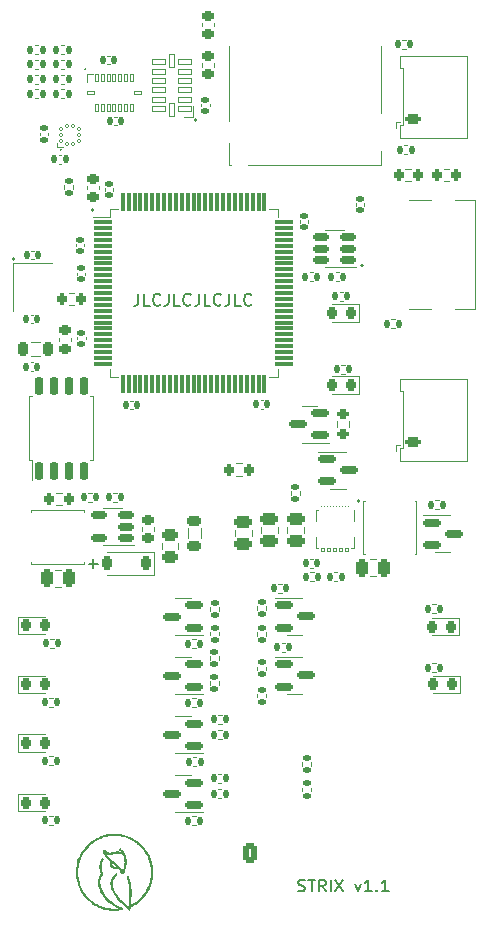
<source format=gbr>
%TF.GenerationSoftware,KiCad,Pcbnew,7.0.2-0*%
%TF.CreationDate,2023-10-14T01:58:59-05:00*%
%TF.ProjectId,Flight Computer,466c6967-6874-4204-936f-6d7075746572,1.1*%
%TF.SameCoordinates,Original*%
%TF.FileFunction,Legend,Top*%
%TF.FilePolarity,Positive*%
%FSLAX46Y46*%
G04 Gerber Fmt 4.6, Leading zero omitted, Abs format (unit mm)*
G04 Created by KiCad (PCBNEW 7.0.2-0) date 2023-10-14 01:58:59*
%MOMM*%
%LPD*%
G01*
G04 APERTURE LIST*
G04 Aperture macros list*
%AMRoundRect*
0 Rectangle with rounded corners*
0 $1 Rounding radius*
0 $2 $3 $4 $5 $6 $7 $8 $9 X,Y pos of 4 corners*
0 Add a 4 corners polygon primitive as box body*
4,1,4,$2,$3,$4,$5,$6,$7,$8,$9,$2,$3,0*
0 Add four circle primitives for the rounded corners*
1,1,$1+$1,$2,$3*
1,1,$1+$1,$4,$5*
1,1,$1+$1,$6,$7*
1,1,$1+$1,$8,$9*
0 Add four rect primitives between the rounded corners*
20,1,$1+$1,$2,$3,$4,$5,0*
20,1,$1+$1,$4,$5,$6,$7,0*
20,1,$1+$1,$6,$7,$8,$9,0*
20,1,$1+$1,$8,$9,$2,$3,0*%
G04 Aperture macros list end*
%ADD10C,0.150000*%
%ADD11C,0.153000*%
%ADD12C,0.200000*%
%ADD13C,0.120000*%
%ADD14C,0.100000*%
%ADD15RoundRect,0.150000X-0.587500X-0.150000X0.587500X-0.150000X0.587500X0.150000X-0.587500X0.150000X0*%
%ADD16RoundRect,0.135000X-0.185000X0.135000X-0.185000X-0.135000X0.185000X-0.135000X0.185000X0.135000X0*%
%ADD17RoundRect,0.218750X-0.218750X-0.256250X0.218750X-0.256250X0.218750X0.256250X-0.218750X0.256250X0*%
%ADD18RoundRect,0.150000X0.587500X0.150000X-0.587500X0.150000X-0.587500X-0.150000X0.587500X-0.150000X0*%
%ADD19RoundRect,0.200000X-0.275000X0.200000X-0.275000X-0.200000X0.275000X-0.200000X0.275000X0.200000X0*%
%ADD20RoundRect,0.218750X0.218750X0.256250X-0.218750X0.256250X-0.218750X-0.256250X0.218750X-0.256250X0*%
%ADD21RoundRect,0.135000X0.185000X-0.135000X0.185000X0.135000X-0.185000X0.135000X-0.185000X-0.135000X0*%
%ADD22RoundRect,0.135000X-0.135000X-0.185000X0.135000X-0.185000X0.135000X0.185000X-0.135000X0.185000X0*%
%ADD23RoundRect,0.200000X0.200000X0.275000X-0.200000X0.275000X-0.200000X-0.275000X0.200000X-0.275000X0*%
%ADD24RoundRect,0.140000X0.140000X0.170000X-0.140000X0.170000X-0.140000X-0.170000X0.140000X-0.170000X0*%
%ADD25RoundRect,0.225000X-0.250000X0.225000X-0.250000X-0.225000X0.250000X-0.225000X0.250000X0.225000X0*%
%ADD26RoundRect,0.140000X-0.140000X-0.170000X0.140000X-0.170000X0.140000X0.170000X-0.140000X0.170000X0*%
%ADD27RoundRect,0.218750X-0.381250X0.218750X-0.381250X-0.218750X0.381250X-0.218750X0.381250X0.218750X0*%
%ADD28RoundRect,0.140000X-0.170000X0.140000X-0.170000X-0.140000X0.170000X-0.140000X0.170000X0.140000X0*%
%ADD29RoundRect,0.218750X0.218750X0.381250X-0.218750X0.381250X-0.218750X-0.381250X0.218750X-0.381250X0*%
%ADD30RoundRect,0.200000X0.450000X-0.200000X0.450000X0.200000X-0.450000X0.200000X-0.450000X-0.200000X0*%
%ADD31O,1.300000X0.800000*%
%ADD32RoundRect,0.140000X0.170000X-0.140000X0.170000X0.140000X-0.170000X0.140000X-0.170000X-0.140000X0*%
%ADD33RoundRect,0.135000X0.135000X0.185000X-0.135000X0.185000X-0.135000X-0.185000X0.135000X-0.185000X0*%
%ADD34RoundRect,0.075000X-0.725000X-0.075000X0.725000X-0.075000X0.725000X0.075000X-0.725000X0.075000X0*%
%ADD35RoundRect,0.075000X-0.075000X-0.725000X0.075000X-0.725000X0.075000X0.725000X-0.075000X0.725000X0*%
%ADD36RoundRect,0.225000X0.250000X-0.225000X0.250000X0.225000X-0.250000X0.225000X-0.250000X-0.225000X0*%
%ADD37C,2.200000*%
%ADD38RoundRect,0.200000X-0.200000X-0.275000X0.200000X-0.275000X0.200000X0.275000X-0.200000X0.275000X0*%
%ADD39C,0.650000*%
%ADD40R,1.240000X0.600000*%
%ADD41R,1.240000X0.300000*%
%ADD42O,2.100000X1.000000*%
%ADD43O,1.800000X1.000000*%
%ADD44RoundRect,0.150000X0.512500X0.150000X-0.512500X0.150000X-0.512500X-0.150000X0.512500X-0.150000X0*%
%ADD45R,0.700000X1.750000*%
%ADD46R,1.450000X1.000000*%
%ADD47R,1.000000X1.550000*%
%ADD48R,0.800000X1.500000*%
%ADD49R,1.300000X1.500000*%
%ADD50R,1.500000X1.500000*%
%ADD51R,0.800000X1.400000*%
%ADD52RoundRect,0.250000X-0.250000X-0.475000X0.250000X-0.475000X0.250000X0.475000X-0.250000X0.475000X0*%
%ADD53R,1.200000X1.400000*%
%ADD54RoundRect,0.250000X-0.475000X0.250000X-0.475000X-0.250000X0.475000X-0.250000X0.475000X0.250000X0*%
%ADD55R,1.100000X3.700000*%
%ADD56R,3.700000X1.100000*%
%ADD57RoundRect,0.012500X0.112500X-0.325000X0.112500X0.325000X-0.112500X0.325000X-0.112500X-0.325000X0*%
%ADD58RoundRect,0.012500X0.325000X-0.112500X0.325000X0.112500X-0.325000X0.112500X-0.325000X-0.112500X0*%
%ADD59RoundRect,0.070000X-0.140000X0.140000X-0.140000X-0.140000X0.140000X-0.140000X0.140000X0.140000X0*%
%ADD60O,0.420000X0.990000*%
%ADD61C,0.600000*%
%ADD62R,1.050000X0.680000*%
%ADD63R,0.500000X0.260000*%
%ADD64R,0.700000X0.280000*%
%ADD65R,2.400000X1.650000*%
%ADD66RoundRect,0.012500X0.112500X0.125000X-0.112500X0.125000X-0.112500X-0.125000X0.112500X-0.125000X0*%
%ADD67RoundRect,0.012500X0.125000X0.112500X-0.125000X0.112500X-0.125000X-0.112500X0.125000X-0.112500X0*%
%ADD68RoundRect,0.243750X0.456250X-0.243750X0.456250X0.243750X-0.456250X0.243750X-0.456250X-0.243750X0*%
%ADD69RoundRect,0.027500X0.545000X0.247500X-0.545000X0.247500X-0.545000X-0.247500X0.545000X-0.247500X0*%
%ADD70RoundRect,0.027500X0.247500X0.545000X-0.247500X0.545000X-0.247500X-0.545000X0.247500X-0.545000X0*%
%ADD71RoundRect,0.150000X0.150000X-0.650000X0.150000X0.650000X-0.150000X0.650000X-0.150000X-0.650000X0*%
%ADD72RoundRect,0.225000X0.225000X0.375000X-0.225000X0.375000X-0.225000X-0.375000X0.225000X-0.375000X0*%
%ADD73RoundRect,0.250000X0.350000X0.625000X-0.350000X0.625000X-0.350000X-0.625000X0.350000X-0.625000X0*%
%ADD74O,1.200000X1.750000*%
%ADD75C,1.600000*%
%ADD76C,1.524000*%
%ADD77R,2.000000X2.000000*%
%ADD78C,2.000000*%
%ADD79R,1.700000X1.700000*%
%ADD80O,1.700000X1.700000*%
G04 APERTURE END LIST*
D10*
X133312111Y-87670000D02*
G75*
G03*
X133312111Y-87670000I-72111J0D01*
G01*
X139628095Y-113466666D02*
X140390000Y-113466666D01*
X140009047Y-113847619D02*
X140009047Y-113085714D01*
X137286056Y-78430000D02*
G75*
G03*
X137286056Y-78430000I-36056J0D01*
G01*
X162522111Y-108160000D02*
G75*
G03*
X162522111Y-108160000I-72111J0D01*
G01*
X162830623Y-88230000D02*
G75*
G03*
X162830623Y-88230000I-80623J0D01*
G01*
X148730623Y-75940000D02*
G75*
G03*
X148730623Y-75940000I-80623J0D01*
G01*
X139340000Y-71600000D02*
G75*
G03*
X139340000Y-71600000I-50000J0D01*
G01*
X140026158Y-83540000D02*
G75*
G03*
X140026158Y-83540000I-76158J0D01*
G01*
D11*
X143823809Y-90627619D02*
X143823809Y-91341904D01*
X143823809Y-91341904D02*
X143776190Y-91484761D01*
X143776190Y-91484761D02*
X143680952Y-91580000D01*
X143680952Y-91580000D02*
X143538095Y-91627619D01*
X143538095Y-91627619D02*
X143442857Y-91627619D01*
X144776190Y-91627619D02*
X144300000Y-91627619D01*
X144300000Y-91627619D02*
X144300000Y-90627619D01*
X145680952Y-91532380D02*
X145633333Y-91580000D01*
X145633333Y-91580000D02*
X145490476Y-91627619D01*
X145490476Y-91627619D02*
X145395238Y-91627619D01*
X145395238Y-91627619D02*
X145252381Y-91580000D01*
X145252381Y-91580000D02*
X145157143Y-91484761D01*
X145157143Y-91484761D02*
X145109524Y-91389523D01*
X145109524Y-91389523D02*
X145061905Y-91199047D01*
X145061905Y-91199047D02*
X145061905Y-91056190D01*
X145061905Y-91056190D02*
X145109524Y-90865714D01*
X145109524Y-90865714D02*
X145157143Y-90770476D01*
X145157143Y-90770476D02*
X145252381Y-90675238D01*
X145252381Y-90675238D02*
X145395238Y-90627619D01*
X145395238Y-90627619D02*
X145490476Y-90627619D01*
X145490476Y-90627619D02*
X145633333Y-90675238D01*
X145633333Y-90675238D02*
X145680952Y-90722857D01*
X146395238Y-90627619D02*
X146395238Y-91341904D01*
X146395238Y-91341904D02*
X146347619Y-91484761D01*
X146347619Y-91484761D02*
X146252381Y-91580000D01*
X146252381Y-91580000D02*
X146109524Y-91627619D01*
X146109524Y-91627619D02*
X146014286Y-91627619D01*
X147347619Y-91627619D02*
X146871429Y-91627619D01*
X146871429Y-91627619D02*
X146871429Y-90627619D01*
X148252381Y-91532380D02*
X148204762Y-91580000D01*
X148204762Y-91580000D02*
X148061905Y-91627619D01*
X148061905Y-91627619D02*
X147966667Y-91627619D01*
X147966667Y-91627619D02*
X147823810Y-91580000D01*
X147823810Y-91580000D02*
X147728572Y-91484761D01*
X147728572Y-91484761D02*
X147680953Y-91389523D01*
X147680953Y-91389523D02*
X147633334Y-91199047D01*
X147633334Y-91199047D02*
X147633334Y-91056190D01*
X147633334Y-91056190D02*
X147680953Y-90865714D01*
X147680953Y-90865714D02*
X147728572Y-90770476D01*
X147728572Y-90770476D02*
X147823810Y-90675238D01*
X147823810Y-90675238D02*
X147966667Y-90627619D01*
X147966667Y-90627619D02*
X148061905Y-90627619D01*
X148061905Y-90627619D02*
X148204762Y-90675238D01*
X148204762Y-90675238D02*
X148252381Y-90722857D01*
X148966667Y-90627619D02*
X148966667Y-91341904D01*
X148966667Y-91341904D02*
X148919048Y-91484761D01*
X148919048Y-91484761D02*
X148823810Y-91580000D01*
X148823810Y-91580000D02*
X148680953Y-91627619D01*
X148680953Y-91627619D02*
X148585715Y-91627619D01*
X149919048Y-91627619D02*
X149442858Y-91627619D01*
X149442858Y-91627619D02*
X149442858Y-90627619D01*
X150823810Y-91532380D02*
X150776191Y-91580000D01*
X150776191Y-91580000D02*
X150633334Y-91627619D01*
X150633334Y-91627619D02*
X150538096Y-91627619D01*
X150538096Y-91627619D02*
X150395239Y-91580000D01*
X150395239Y-91580000D02*
X150300001Y-91484761D01*
X150300001Y-91484761D02*
X150252382Y-91389523D01*
X150252382Y-91389523D02*
X150204763Y-91199047D01*
X150204763Y-91199047D02*
X150204763Y-91056190D01*
X150204763Y-91056190D02*
X150252382Y-90865714D01*
X150252382Y-90865714D02*
X150300001Y-90770476D01*
X150300001Y-90770476D02*
X150395239Y-90675238D01*
X150395239Y-90675238D02*
X150538096Y-90627619D01*
X150538096Y-90627619D02*
X150633334Y-90627619D01*
X150633334Y-90627619D02*
X150776191Y-90675238D01*
X150776191Y-90675238D02*
X150823810Y-90722857D01*
X151538096Y-90627619D02*
X151538096Y-91341904D01*
X151538096Y-91341904D02*
X151490477Y-91484761D01*
X151490477Y-91484761D02*
X151395239Y-91580000D01*
X151395239Y-91580000D02*
X151252382Y-91627619D01*
X151252382Y-91627619D02*
X151157144Y-91627619D01*
X152490477Y-91627619D02*
X152014287Y-91627619D01*
X152014287Y-91627619D02*
X152014287Y-90627619D01*
X153395239Y-91532380D02*
X153347620Y-91580000D01*
X153347620Y-91580000D02*
X153204763Y-91627619D01*
X153204763Y-91627619D02*
X153109525Y-91627619D01*
X153109525Y-91627619D02*
X152966668Y-91580000D01*
X152966668Y-91580000D02*
X152871430Y-91484761D01*
X152871430Y-91484761D02*
X152823811Y-91389523D01*
X152823811Y-91389523D02*
X152776192Y-91199047D01*
X152776192Y-91199047D02*
X152776192Y-91056190D01*
X152776192Y-91056190D02*
X152823811Y-90865714D01*
X152823811Y-90865714D02*
X152871430Y-90770476D01*
X152871430Y-90770476D02*
X152966668Y-90675238D01*
X152966668Y-90675238D02*
X153109525Y-90627619D01*
X153109525Y-90627619D02*
X153204763Y-90627619D01*
X153204763Y-90627619D02*
X153347620Y-90675238D01*
X153347620Y-90675238D02*
X153395239Y-90722857D01*
D12*
X157340476Y-141180000D02*
X157483333Y-141227619D01*
X157483333Y-141227619D02*
X157721428Y-141227619D01*
X157721428Y-141227619D02*
X157816666Y-141180000D01*
X157816666Y-141180000D02*
X157864285Y-141132380D01*
X157864285Y-141132380D02*
X157911904Y-141037142D01*
X157911904Y-141037142D02*
X157911904Y-140941904D01*
X157911904Y-140941904D02*
X157864285Y-140846666D01*
X157864285Y-140846666D02*
X157816666Y-140799047D01*
X157816666Y-140799047D02*
X157721428Y-140751428D01*
X157721428Y-140751428D02*
X157530952Y-140703809D01*
X157530952Y-140703809D02*
X157435714Y-140656190D01*
X157435714Y-140656190D02*
X157388095Y-140608571D01*
X157388095Y-140608571D02*
X157340476Y-140513333D01*
X157340476Y-140513333D02*
X157340476Y-140418095D01*
X157340476Y-140418095D02*
X157388095Y-140322857D01*
X157388095Y-140322857D02*
X157435714Y-140275238D01*
X157435714Y-140275238D02*
X157530952Y-140227619D01*
X157530952Y-140227619D02*
X157769047Y-140227619D01*
X157769047Y-140227619D02*
X157911904Y-140275238D01*
X158197619Y-140227619D02*
X158769047Y-140227619D01*
X158483333Y-141227619D02*
X158483333Y-140227619D01*
X159673809Y-141227619D02*
X159340476Y-140751428D01*
X159102381Y-141227619D02*
X159102381Y-140227619D01*
X159102381Y-140227619D02*
X159483333Y-140227619D01*
X159483333Y-140227619D02*
X159578571Y-140275238D01*
X159578571Y-140275238D02*
X159626190Y-140322857D01*
X159626190Y-140322857D02*
X159673809Y-140418095D01*
X159673809Y-140418095D02*
X159673809Y-140560952D01*
X159673809Y-140560952D02*
X159626190Y-140656190D01*
X159626190Y-140656190D02*
X159578571Y-140703809D01*
X159578571Y-140703809D02*
X159483333Y-140751428D01*
X159483333Y-140751428D02*
X159102381Y-140751428D01*
X160102381Y-141227619D02*
X160102381Y-140227619D01*
X160483333Y-140227619D02*
X161149999Y-141227619D01*
X161149999Y-140227619D02*
X160483333Y-141227619D01*
X162197619Y-140560952D02*
X162435714Y-141227619D01*
X162435714Y-141227619D02*
X162673809Y-140560952D01*
X163578571Y-141227619D02*
X163007143Y-141227619D01*
X163292857Y-141227619D02*
X163292857Y-140227619D01*
X163292857Y-140227619D02*
X163197619Y-140370476D01*
X163197619Y-140370476D02*
X163102381Y-140465714D01*
X163102381Y-140465714D02*
X163007143Y-140513333D01*
X164007143Y-141132380D02*
X164054762Y-141180000D01*
X164054762Y-141180000D02*
X164007143Y-141227619D01*
X164007143Y-141227619D02*
X163959524Y-141180000D01*
X163959524Y-141180000D02*
X164007143Y-141132380D01*
X164007143Y-141132380D02*
X164007143Y-141227619D01*
X165007142Y-141227619D02*
X164435714Y-141227619D01*
X164721428Y-141227619D02*
X164721428Y-140227619D01*
X164721428Y-140227619D02*
X164626190Y-140370476D01*
X164626190Y-140370476D02*
X164530952Y-140465714D01*
X164530952Y-140465714D02*
X164435714Y-140513333D01*
D13*
%TO.C,Q9*%
X169600000Y-109387500D02*
X167925000Y-109387500D01*
X169600000Y-109387500D02*
X170250000Y-109387500D01*
X169600000Y-112507500D02*
X168950000Y-112507500D01*
X169600000Y-112507500D02*
X170250000Y-112507500D01*
%TO.C,R3*%
X138330000Y-81446359D02*
X138330000Y-81753641D01*
X137570000Y-81446359D02*
X137570000Y-81753641D01*
%TO.C,D8*%
X133615000Y-122965000D02*
X133615000Y-124435000D01*
X133615000Y-124435000D02*
X135900000Y-124435000D01*
X135900000Y-122965000D02*
X133615000Y-122965000D01*
%TO.C,Q2*%
X147600000Y-134522500D02*
X149275000Y-134522500D01*
X147600000Y-134522500D02*
X146950000Y-134522500D01*
X147600000Y-131402500D02*
X148250000Y-131402500D01*
X147600000Y-131402500D02*
X146950000Y-131402500D01*
%TO.C,R18*%
X161672500Y-101425242D02*
X161672500Y-101899758D01*
X160627500Y-101425242D02*
X160627500Y-101899758D01*
%TO.C,R14*%
X154630000Y-124496359D02*
X154630000Y-124803641D01*
X153870000Y-124496359D02*
X153870000Y-124803641D01*
%TO.C,Q1*%
X158300000Y-103222500D02*
X159975000Y-103222500D01*
X158300000Y-103222500D02*
X157650000Y-103222500D01*
X158300000Y-100102500D02*
X158950000Y-100102500D01*
X158300000Y-100102500D02*
X157650000Y-100102500D01*
%TO.C,D2*%
X162485000Y-99097500D02*
X162485000Y-97627500D01*
X162485000Y-97627500D02*
X160200000Y-97627500D01*
X160200000Y-99097500D02*
X162485000Y-99097500D01*
%TO.C,R13*%
X154630000Y-122196359D02*
X154630000Y-122503641D01*
X153870000Y-122196359D02*
X153870000Y-122503641D01*
%TO.C,R9*%
X149890000Y-123723641D02*
X149890000Y-123416359D01*
X150650000Y-123723641D02*
X150650000Y-123416359D01*
%TO.C,R19*%
X165246359Y-92782500D02*
X165553641Y-92782500D01*
X165246359Y-93542500D02*
X165553641Y-93542500D01*
%TO.C,R2*%
X138387258Y-91610000D02*
X137912742Y-91610000D01*
X138387258Y-90565000D02*
X137912742Y-90565000D01*
%TO.C,C10*%
X134907836Y-93122500D02*
X134692164Y-93122500D01*
X134907836Y-92402500D02*
X134692164Y-92402500D01*
%TO.C,R22*%
X160376359Y-114220000D02*
X160683641Y-114220000D01*
X160376359Y-114980000D02*
X160683641Y-114980000D01*
%TO.C,C1*%
X150210000Y-71109420D02*
X150210000Y-71390580D01*
X149190000Y-71109420D02*
X149190000Y-71390580D01*
%TO.C,R23*%
X156720000Y-107666141D02*
X156720000Y-107358859D01*
X157480000Y-107666141D02*
X157480000Y-107358859D01*
%TO.C,C8*%
X141192164Y-70490000D02*
X141407836Y-70490000D01*
X141192164Y-71210000D02*
X141407836Y-71210000D01*
%TO.C,C15*%
X143357836Y-100410000D02*
X143142164Y-100410000D01*
X143357836Y-99690000D02*
X143142164Y-99690000D01*
%TO.C,R15*%
X150660000Y-117146359D02*
X150660000Y-117453641D01*
X149900000Y-117146359D02*
X149900000Y-117453641D01*
%TO.C,R35*%
X157680000Y-130601141D02*
X157680000Y-130293859D01*
X158440000Y-130601141D02*
X158440000Y-130293859D01*
%TO.C,FB2*%
X149110000Y-110500378D02*
X149110000Y-111299622D01*
X147990000Y-110500378D02*
X147990000Y-111299622D01*
%TO.C,D4*%
X170985000Y-119535000D02*
X170985000Y-118065000D01*
X170985000Y-118065000D02*
X168700000Y-118065000D01*
X168700000Y-119535000D02*
X170985000Y-119535000D01*
%TO.C,R21*%
X166912258Y-81072500D02*
X166437742Y-81072500D01*
X166912258Y-80027500D02*
X166437742Y-80027500D01*
%TO.C,R53*%
X137246359Y-70820000D02*
X137553641Y-70820000D01*
X137246359Y-71580000D02*
X137553641Y-71580000D01*
%TO.C,C25*%
X162940000Y-82952164D02*
X162940000Y-83167836D01*
X162220000Y-82952164D02*
X162220000Y-83167836D01*
%TO.C,FB1*%
X135499622Y-95872500D02*
X134700378Y-95872500D01*
X135499622Y-94752500D02*
X134700378Y-94752500D01*
%TO.C,J8*%
X165940000Y-104785000D02*
X171660000Y-104785000D01*
X171660000Y-104785000D02*
X171660000Y-101300000D01*
X165940000Y-103715000D02*
X165940000Y-104785000D01*
X166240000Y-103715000D02*
X165940000Y-103715000D01*
X165650000Y-103425000D02*
X165650000Y-103925000D01*
X165950000Y-103425000D02*
X165650000Y-103425000D01*
X166240000Y-101300000D02*
X166240000Y-103715000D01*
X166240000Y-101300000D02*
X166240000Y-98885000D01*
X165940000Y-98885000D02*
X165940000Y-97815000D01*
X166240000Y-98885000D02*
X165940000Y-98885000D01*
X165940000Y-97815000D02*
X171660000Y-97815000D01*
X171660000Y-97815000D02*
X171660000Y-101300000D01*
%TO.C,C16*%
X138640000Y-94495336D02*
X138640000Y-94279664D01*
X139360000Y-94495336D02*
X139360000Y-94279664D01*
%TO.C,C18*%
X158607836Y-113810000D02*
X158392164Y-113810000D01*
X158607836Y-113090000D02*
X158392164Y-113090000D01*
%TO.C,R37*%
X168696359Y-116920000D02*
X169003641Y-116920000D01*
X168696359Y-117680000D02*
X169003641Y-117680000D01*
%TO.C,C3*%
X137307836Y-79610000D02*
X137092164Y-79610000D01*
X137307836Y-78890000D02*
X137092164Y-78890000D01*
%TO.C,R46*%
X158623641Y-89560000D02*
X158316359Y-89560000D01*
X158623641Y-88800000D02*
X158316359Y-88800000D01*
%TO.C,G\u002A\u002A\u002A*%
G36*
X142290498Y-137562166D02*
G01*
X142318261Y-137582504D01*
X142354308Y-137612553D01*
X142395083Y-137649149D01*
X142437031Y-137689127D01*
X142476595Y-137729325D01*
X142501913Y-137756972D01*
X142608329Y-137893753D01*
X142694844Y-138039760D01*
X142761608Y-138195405D01*
X142808767Y-138361101D01*
X142836470Y-138537258D01*
X142844901Y-138712134D01*
X142837229Y-138892980D01*
X142813708Y-139072259D01*
X142773582Y-139253510D01*
X142716096Y-139440271D01*
X142655194Y-139600694D01*
X142628062Y-139666246D01*
X142607140Y-139713956D01*
X142590528Y-139746680D01*
X142576325Y-139767278D01*
X142562631Y-139778606D01*
X142547546Y-139783521D01*
X142532778Y-139784773D01*
X142496677Y-139784020D01*
X142454747Y-139780452D01*
X142445062Y-139779215D01*
X142395376Y-139772297D01*
X142358748Y-139683369D01*
X142297713Y-139547573D01*
X142233683Y-139428766D01*
X142167887Y-139329143D01*
X142142147Y-139296128D01*
X142116253Y-139264598D01*
X142044275Y-139289072D01*
X141978996Y-139305178D01*
X141906306Y-139313325D01*
X141834777Y-139313152D01*
X141772984Y-139304297D01*
X141761094Y-139301008D01*
X141660556Y-139259724D01*
X141574800Y-139203785D01*
X141505003Y-139135007D01*
X141452342Y-139055206D01*
X141417996Y-138966196D01*
X141403141Y-138869794D01*
X141403340Y-138866295D01*
X141590551Y-138866295D01*
X141591622Y-138875886D01*
X141611935Y-138948183D01*
X141650328Y-139011582D01*
X141703477Y-139063193D01*
X141768057Y-139100126D01*
X141840744Y-139119490D01*
X141874377Y-139121700D01*
X141911397Y-139120392D01*
X141938684Y-139116676D01*
X141949270Y-139112184D01*
X141944742Y-139099792D01*
X141925513Y-139077108D01*
X141894668Y-139047177D01*
X141855293Y-139013047D01*
X141822111Y-138986597D01*
X141795132Y-138965794D01*
X141757474Y-138936675D01*
X141716014Y-138904559D01*
X141703547Y-138894890D01*
X141656015Y-138859652D01*
X141622749Y-138839478D01*
X141601948Y-138834065D01*
X141591815Y-138843105D01*
X141590551Y-138866295D01*
X141403340Y-138866295D01*
X141408954Y-138767815D01*
X141410261Y-138759965D01*
X141423169Y-138685839D01*
X141296304Y-138562110D01*
X141218081Y-138483853D01*
X141153130Y-138413841D01*
X141097141Y-138346717D01*
X141045799Y-138277123D01*
X140994792Y-138199704D01*
X140963220Y-138148371D01*
X140933596Y-138096683D01*
X140909934Y-138052059D01*
X141136005Y-138052059D01*
X141148838Y-138081106D01*
X141173214Y-138121005D01*
X141207188Y-138169181D01*
X141248815Y-138223060D01*
X141296149Y-138280066D01*
X141347243Y-138337627D01*
X141400153Y-138393166D01*
X141424387Y-138417154D01*
X141459569Y-138450770D01*
X141494612Y-138483015D01*
X141531824Y-138515774D01*
X141573516Y-138550933D01*
X141621997Y-138590377D01*
X141679576Y-138635992D01*
X141748562Y-138689663D01*
X141831265Y-138753277D01*
X141906460Y-138810765D01*
X142047644Y-138925254D01*
X142168911Y-139038482D01*
X142272303Y-139152684D01*
X142359857Y-139270098D01*
X142427977Y-139382516D01*
X142455367Y-139429535D01*
X142476854Y-139459648D01*
X142491247Y-139471249D01*
X142493575Y-139471078D01*
X142502440Y-139458873D01*
X142515843Y-139429791D01*
X142531934Y-139388248D01*
X142548094Y-139341039D01*
X142569709Y-139272127D01*
X142587776Y-139209373D01*
X142604232Y-139145348D01*
X142621010Y-139072619D01*
X142635518Y-139005295D01*
X142642297Y-138958385D01*
X142647062Y-138894916D01*
X142649853Y-138819964D01*
X142650714Y-138738601D01*
X142649685Y-138655903D01*
X142646809Y-138576945D01*
X142642127Y-138506801D01*
X142635682Y-138450546D01*
X142630724Y-138424476D01*
X142606876Y-138335260D01*
X142581770Y-138258171D01*
X142556453Y-138195869D01*
X142531973Y-138151016D01*
X142515064Y-138130669D01*
X142487230Y-138113888D01*
X142441920Y-138095865D01*
X142383728Y-138078015D01*
X142317249Y-138061756D01*
X142250197Y-138049008D01*
X142087770Y-138033497D01*
X141917114Y-138038479D01*
X141738125Y-138063962D01*
X141550704Y-138109957D01*
X141524379Y-138117852D01*
X141473952Y-138131922D01*
X141432599Y-138138773D01*
X141394593Y-138137628D01*
X141354209Y-138127709D01*
X141305720Y-138108237D01*
X141246829Y-138080130D01*
X141203471Y-138059678D01*
X141167652Y-138044607D01*
X141143851Y-138036694D01*
X141136662Y-138036438D01*
X141136005Y-138052059D01*
X140909934Y-138052059D01*
X140902533Y-138038101D01*
X140871879Y-137976624D01*
X140843479Y-137916248D01*
X140819180Y-137860974D01*
X140800829Y-137814799D01*
X140790272Y-137781721D01*
X140788446Y-137769920D01*
X140797092Y-137757414D01*
X140819288Y-137737647D01*
X140849423Y-137714627D01*
X140881885Y-137692366D01*
X140911062Y-137674874D01*
X140931343Y-137666161D01*
X140934113Y-137665820D01*
X140949554Y-137672077D01*
X140976291Y-137688370D01*
X141004198Y-137708012D01*
X141060807Y-137747887D01*
X141129056Y-137792408D01*
X141201746Y-137837152D01*
X141271675Y-137877699D01*
X141331644Y-137909625D01*
X141335827Y-137911690D01*
X141410780Y-137948412D01*
X141485893Y-137927656D01*
X141602363Y-137898953D01*
X141722528Y-137875701D01*
X141842371Y-137858281D01*
X141957873Y-137847072D01*
X142065015Y-137842453D01*
X142159779Y-137844803D01*
X142238148Y-137854503D01*
X142245164Y-137855943D01*
X142287068Y-137862503D01*
X142309307Y-137859517D01*
X142312142Y-137846326D01*
X142295828Y-137822271D01*
X142269137Y-137794738D01*
X142237325Y-137765154D01*
X142208490Y-137739876D01*
X142190741Y-137725773D01*
X142172625Y-137707511D01*
X142166827Y-137693055D01*
X142173412Y-137675794D01*
X142190271Y-137648786D01*
X142213062Y-137617607D01*
X142237439Y-137587835D01*
X142259061Y-137565048D01*
X142273583Y-137554821D01*
X142274575Y-137554703D01*
X142290498Y-137562166D01*
G37*
G36*
X142079932Y-136342890D02*
G01*
X142344763Y-136375439D01*
X142604570Y-136429159D01*
X142858315Y-136503618D01*
X143104958Y-136598382D01*
X143343460Y-136713019D01*
X143572782Y-136847097D01*
X143791886Y-137000184D01*
X143999732Y-137171845D01*
X144134217Y-137299076D01*
X144193419Y-137359556D01*
X144247632Y-137418192D01*
X144301828Y-137480634D01*
X144360975Y-137552530D01*
X144397934Y-137598801D01*
X144538309Y-137792572D01*
X144666088Y-138003341D01*
X144780086Y-138229026D01*
X144850711Y-138393916D01*
X144867172Y-138435034D01*
X144881463Y-138470401D01*
X144890693Y-138492867D01*
X144891155Y-138493960D01*
X144919079Y-138568687D01*
X144947586Y-138661355D01*
X144975692Y-138767730D01*
X145002413Y-138883575D01*
X145026765Y-139004655D01*
X145047765Y-139126736D01*
X145062885Y-139233172D01*
X145068799Y-139294865D01*
X145073391Y-139372725D01*
X145076630Y-139461811D01*
X145078484Y-139557180D01*
X145078923Y-139653891D01*
X145077915Y-139747003D01*
X145075429Y-139831573D01*
X145071435Y-139902660D01*
X145067374Y-139944595D01*
X145049561Y-140070380D01*
X145027814Y-140197514D01*
X145003026Y-140322081D01*
X144976091Y-140440168D01*
X144947903Y-140547858D01*
X144919355Y-140641239D01*
X144891342Y-140716395D01*
X144891019Y-140717155D01*
X144882971Y-140736650D01*
X144868947Y-140771168D01*
X144851224Y-140815091D01*
X144839215Y-140844989D01*
X144809712Y-140914888D01*
X144774780Y-140991823D01*
X144737190Y-141070153D01*
X144699713Y-141144242D01*
X144665118Y-141208453D01*
X144638369Y-141253717D01*
X144618957Y-141285293D01*
X144605515Y-141309005D01*
X144601225Y-141318794D01*
X144595113Y-141330001D01*
X144578445Y-141355625D01*
X144553729Y-141392092D01*
X144523471Y-141435826D01*
X144490175Y-141483255D01*
X144456349Y-141530802D01*
X144424498Y-141574895D01*
X144397128Y-141611957D01*
X144380081Y-141634223D01*
X144334567Y-141690148D01*
X144284037Y-141748362D01*
X144224436Y-141813430D01*
X144167759Y-141873216D01*
X144120130Y-141922568D01*
X144078633Y-141964523D01*
X144039991Y-142001991D01*
X144000928Y-142037882D01*
X143958169Y-142075104D01*
X143908435Y-142116568D01*
X143848452Y-142165184D01*
X143774942Y-142223860D01*
X143755775Y-142239087D01*
X143682573Y-142292927D01*
X143591881Y-142352497D01*
X143487036Y-142415751D01*
X143371375Y-142480641D01*
X143301019Y-142518029D01*
X143172823Y-142584812D01*
X143165414Y-142651421D01*
X143160476Y-142697668D01*
X143154795Y-142753556D01*
X143149872Y-142804179D01*
X143144281Y-142847704D01*
X143137396Y-142877723D01*
X143130199Y-142890090D01*
X143129490Y-142890196D01*
X143115453Y-142883003D01*
X143091306Y-142864438D01*
X143067100Y-142842953D01*
X143035459Y-142813895D01*
X142994080Y-142776804D01*
X142950132Y-142738084D01*
X142933708Y-142723806D01*
X142668041Y-142484294D01*
X142402454Y-142225754D01*
X142384808Y-142207893D01*
X142204401Y-142017477D01*
X142042835Y-141831520D01*
X141900483Y-141650547D01*
X141777716Y-141475078D01*
X141674910Y-141305636D01*
X141592436Y-141142743D01*
X141548611Y-141037189D01*
X141509901Y-140923570D01*
X141483647Y-140818675D01*
X141468244Y-140714010D01*
X141462086Y-140601080D01*
X141461829Y-140578205D01*
X141462087Y-140505798D01*
X141464378Y-140448812D01*
X141469653Y-140400463D01*
X141478862Y-140353966D01*
X141492952Y-140302536D01*
X141506477Y-140259195D01*
X141548382Y-140155469D01*
X141606931Y-140049865D01*
X141678190Y-139948921D01*
X141728968Y-139889436D01*
X141765089Y-139852084D01*
X141806475Y-139812073D01*
X141849651Y-139772433D01*
X141891145Y-139736194D01*
X141927483Y-139706384D01*
X141955190Y-139686034D01*
X141970793Y-139678174D01*
X141971215Y-139678163D01*
X141982754Y-139686962D01*
X142002483Y-139709993D01*
X142026630Y-139742750D01*
X142032975Y-139752020D01*
X142082537Y-139825524D01*
X142044091Y-139858077D01*
X142010418Y-139886396D01*
X141973249Y-139917384D01*
X141962908Y-139925950D01*
X141921211Y-139965773D01*
X141874131Y-140019284D01*
X141826376Y-140080358D01*
X141782650Y-140142874D01*
X141747663Y-140200707D01*
X141739194Y-140216994D01*
X141716534Y-140268876D01*
X141694236Y-140329828D01*
X141676945Y-140387103D01*
X141676248Y-140389826D01*
X141661545Y-140477125D01*
X141656857Y-140577036D01*
X141661628Y-140682612D01*
X141675302Y-140786907D01*
X141697322Y-140882976D01*
X141721152Y-140950590D01*
X141730004Y-140971782D01*
X141744146Y-141006255D01*
X141760567Y-141046666D01*
X141761074Y-141047920D01*
X141802946Y-141138919D01*
X141859018Y-141241471D01*
X141926998Y-141352218D01*
X142004593Y-141467805D01*
X142089513Y-141584874D01*
X142179465Y-141700069D01*
X142272157Y-141810032D01*
X142311341Y-141853836D01*
X142369251Y-141915891D01*
X142440172Y-141989510D01*
X142520680Y-142071282D01*
X142607352Y-142157800D01*
X142696766Y-142245652D01*
X142785499Y-142331430D01*
X142870127Y-142411724D01*
X142891585Y-142431794D01*
X142932909Y-142467009D01*
X142963835Y-142486291D01*
X142983218Y-142489122D01*
X142989894Y-142476258D01*
X142991057Y-142459917D01*
X142993816Y-142426754D01*
X142997719Y-142382087D01*
X143000997Y-142345645D01*
X143010825Y-142236903D01*
X143018921Y-142145322D01*
X143025677Y-142065936D01*
X143031485Y-141993774D01*
X143036737Y-141923869D01*
X143041825Y-141851253D01*
X143047142Y-141770958D01*
X143050569Y-141717593D01*
X143055537Y-141631855D01*
X143059888Y-141541911D01*
X143063377Y-141454080D01*
X143065758Y-141374681D01*
X143066785Y-141310033D01*
X143066807Y-141300744D01*
X143065828Y-141240639D01*
X143063141Y-141168029D01*
X143059070Y-141087693D01*
X143053941Y-141004414D01*
X143048080Y-140922970D01*
X143041813Y-140848143D01*
X143035464Y-140784713D01*
X143029359Y-140737460D01*
X143027826Y-140728271D01*
X143022576Y-140698741D01*
X143015375Y-140657942D01*
X143010153Y-140628227D01*
X143000484Y-140577556D01*
X142987612Y-140516308D01*
X142972910Y-140450410D01*
X142957749Y-140385787D01*
X142943501Y-140328366D01*
X142931539Y-140284074D01*
X142927135Y-140269598D01*
X142913394Y-140229389D01*
X142894891Y-140178091D01*
X142874189Y-140122509D01*
X142853847Y-140069450D01*
X142836426Y-140025719D01*
X142827192Y-140003968D01*
X142818274Y-139972650D01*
X142819760Y-139947185D01*
X142830928Y-139934068D01*
X142835029Y-139933479D01*
X142849822Y-139928965D01*
X142877612Y-139917308D01*
X142902616Y-139905689D01*
X142935997Y-139890542D01*
X142961900Y-139880513D01*
X142972036Y-139878054D01*
X142981655Y-139888233D01*
X142996471Y-139916382D01*
X143015275Y-139959184D01*
X143036859Y-140013320D01*
X143060012Y-140075474D01*
X143083527Y-140142326D01*
X143106194Y-140210558D01*
X143126804Y-140276853D01*
X143144148Y-140337893D01*
X143154260Y-140378118D01*
X143162932Y-140415404D01*
X143170546Y-140448141D01*
X143172357Y-140455930D01*
X143179981Y-140492983D01*
X143189703Y-140546469D01*
X143200615Y-140610791D01*
X143211805Y-140680354D01*
X143222365Y-140749561D01*
X143231385Y-140812818D01*
X143235605Y-140844989D01*
X143240870Y-140902812D01*
X143244911Y-140982119D01*
X143247706Y-141082193D01*
X143249236Y-141202319D01*
X143249511Y-141328533D01*
X143249033Y-141439310D01*
X143247905Y-141536222D01*
X143245888Y-141623965D01*
X143242740Y-141707234D01*
X143238220Y-141790727D01*
X143232087Y-141879138D01*
X143224099Y-141977164D01*
X143214017Y-142089501D01*
X143206137Y-142173347D01*
X143200763Y-142238165D01*
X143198148Y-142289318D01*
X143198367Y-142324022D01*
X143201498Y-142339496D01*
X143201527Y-142339526D01*
X143217543Y-142340857D01*
X143248892Y-142330113D01*
X143293245Y-142308728D01*
X143348275Y-142278132D01*
X143411655Y-142239758D01*
X143481058Y-142195037D01*
X143554157Y-142145401D01*
X143628623Y-142092283D01*
X143702130Y-142037113D01*
X143735603Y-142010946D01*
X143797815Y-141959009D01*
X143868907Y-141895367D01*
X143943986Y-141824758D01*
X144018163Y-141751923D01*
X144086549Y-141681598D01*
X144144251Y-141618523D01*
X144162403Y-141597391D01*
X144324951Y-141387060D01*
X144467359Y-141167404D01*
X144589695Y-140938268D01*
X144692029Y-140699495D01*
X144774429Y-140450931D01*
X144836965Y-140192419D01*
X144869710Y-140000175D01*
X144878276Y-139919229D01*
X144883846Y-139822007D01*
X144886540Y-139713142D01*
X144886479Y-139597271D01*
X144883783Y-139479029D01*
X144878572Y-139363053D01*
X144870966Y-139253978D01*
X144861086Y-139156439D01*
X144849052Y-139075074D01*
X144845208Y-139055317D01*
X144807196Y-138885449D01*
X144766780Y-138732224D01*
X144721911Y-138590053D01*
X144670540Y-138453352D01*
X144610617Y-138316531D01*
X144540093Y-138174005D01*
X144482303Y-138065995D01*
X144455322Y-138020245D01*
X144418151Y-137961897D01*
X144374200Y-137895937D01*
X144326883Y-137827353D01*
X144279611Y-137761130D01*
X144235795Y-137702256D01*
X144216094Y-137676936D01*
X144165685Y-137617093D01*
X144102313Y-137547500D01*
X144030274Y-137472429D01*
X143953861Y-137396148D01*
X143877367Y-137322926D01*
X143805087Y-137257034D01*
X143741313Y-137202741D01*
X143730540Y-137194111D01*
X143688752Y-137161948D01*
X143639971Y-137125839D01*
X143587541Y-137088092D01*
X143534802Y-137051018D01*
X143485099Y-137016925D01*
X143441773Y-136988123D01*
X143408168Y-136966922D01*
X143387624Y-136955631D01*
X143383599Y-136954398D01*
X143370349Y-136948586D01*
X143348165Y-136934505D01*
X143346836Y-136933571D01*
X143322508Y-136918647D01*
X143282999Y-136896863D01*
X143233271Y-136870768D01*
X143178288Y-136842908D01*
X143123012Y-136815832D01*
X143072405Y-136792086D01*
X143062236Y-136787492D01*
X142869497Y-136709883D01*
X142665497Y-136643839D01*
X142459475Y-136592314D01*
X142439168Y-136588084D01*
X142332276Y-136567378D01*
X142236622Y-136551704D01*
X142146004Y-136540481D01*
X142054216Y-136533129D01*
X141955054Y-136529067D01*
X141842313Y-136527716D01*
X141794442Y-136527793D01*
X141674831Y-136529515D01*
X141569281Y-136534011D01*
X141470897Y-136542009D01*
X141372781Y-136554238D01*
X141268038Y-136571424D01*
X141149770Y-136594297D01*
X141134129Y-136597502D01*
X141022544Y-136624638D01*
X140898490Y-136661955D01*
X140767914Y-136707185D01*
X140636762Y-136758055D01*
X140510982Y-136812296D01*
X140396521Y-136867636D01*
X140325667Y-136906187D01*
X140281712Y-136931559D01*
X140240839Y-136955169D01*
X140209956Y-136973023D01*
X140202939Y-136977085D01*
X140055372Y-137071518D01*
X139905535Y-137184316D01*
X139756710Y-137312318D01*
X139612178Y-137452359D01*
X139475219Y-137601278D01*
X139349114Y-137755912D01*
X139246339Y-137899256D01*
X139158567Y-138039723D01*
X139075566Y-138190486D01*
X138999873Y-138346110D01*
X138934026Y-138501162D01*
X138880560Y-138650210D01*
X138854281Y-138738936D01*
X138840707Y-138789488D01*
X138827151Y-138839955D01*
X138816356Y-138880125D01*
X138815578Y-138883019D01*
X138805252Y-138924430D01*
X138794842Y-138972921D01*
X138783620Y-139032332D01*
X138770855Y-139106502D01*
X138757499Y-139188709D01*
X138750005Y-139251671D01*
X138744308Y-139332165D01*
X138740404Y-139425562D01*
X138738286Y-139527236D01*
X138737951Y-139632557D01*
X138739392Y-139736899D01*
X138742606Y-139835633D01*
X138747586Y-139924133D01*
X138754328Y-139997770D01*
X138758420Y-140027965D01*
X138800215Y-140253347D01*
X138852921Y-140463498D01*
X138918103Y-140663361D01*
X138997327Y-140857877D01*
X139068319Y-141006011D01*
X139118942Y-141099667D01*
X139178339Y-141200164D01*
X139242949Y-141302061D01*
X139309207Y-141399920D01*
X139373552Y-141488303D01*
X139432082Y-141561373D01*
X139581597Y-141727323D01*
X139731487Y-141875220D01*
X139885923Y-142008912D01*
X140049076Y-142132253D01*
X140054792Y-142136286D01*
X140146864Y-142197183D01*
X140253066Y-142260919D01*
X140366410Y-142323693D01*
X140479911Y-142381707D01*
X140586579Y-142431162D01*
X140632823Y-142450552D01*
X140681424Y-142470173D01*
X140725764Y-142488223D01*
X140759502Y-142502116D01*
X140771772Y-142507273D01*
X140801518Y-142518150D01*
X140847921Y-142532916D01*
X140906047Y-142550162D01*
X140970960Y-142568483D01*
X141037727Y-142586469D01*
X141101413Y-142602714D01*
X141133041Y-142610327D01*
X141271690Y-142638404D01*
X141421393Y-142660910D01*
X141575016Y-142677155D01*
X141725425Y-142686450D01*
X141865486Y-142688105D01*
X141919756Y-142686344D01*
X141992328Y-142682234D01*
X142043575Y-142677278D01*
X142074404Y-142670518D01*
X142085724Y-142660999D01*
X142078441Y-142647762D01*
X142053462Y-142629850D01*
X142011695Y-142606307D01*
X142001004Y-142600625D01*
X141780356Y-142474498D01*
X141569900Y-142335045D01*
X141371881Y-142184130D01*
X141188544Y-142023615D01*
X141022133Y-141855365D01*
X140874894Y-141681243D01*
X140843398Y-141639781D01*
X140721354Y-141459131D01*
X140618021Y-141271246D01*
X140534402Y-141078298D01*
X140471500Y-140882461D01*
X140447848Y-140782778D01*
X140437884Y-140718417D01*
X140430941Y-140638944D01*
X140427014Y-140549934D01*
X140426099Y-140456963D01*
X140428190Y-140365604D01*
X140433283Y-140281433D01*
X140441373Y-140210024D01*
X140448379Y-140172472D01*
X140470361Y-140090691D01*
X140498412Y-140005782D01*
X140530295Y-139923334D01*
X140563770Y-139848938D01*
X140596600Y-139788180D01*
X140611295Y-139765750D01*
X140627871Y-139731790D01*
X140632477Y-139697857D01*
X140624026Y-139672348D01*
X140623468Y-139671698D01*
X140614427Y-139653890D01*
X140601939Y-139619073D01*
X140587393Y-139571937D01*
X140572176Y-139517174D01*
X140557675Y-139459474D01*
X140547997Y-139416586D01*
X140538870Y-139357468D01*
X140532507Y-139282770D01*
X140528917Y-139198312D01*
X140528111Y-139109916D01*
X140530100Y-139023404D01*
X140534893Y-138944597D01*
X140542501Y-138879316D01*
X140546994Y-138855229D01*
X140586127Y-138710173D01*
X140635384Y-138584817D01*
X140694813Y-138479040D01*
X140709659Y-138457833D01*
X140731220Y-138431152D01*
X140749091Y-138414023D01*
X140756046Y-138410590D01*
X140769594Y-138417453D01*
X140794694Y-138435626D01*
X140826425Y-138461491D01*
X140833404Y-138467504D01*
X140898839Y-138524417D01*
X140865184Y-138573333D01*
X140803178Y-138682307D01*
X140757043Y-138804166D01*
X140726907Y-138936095D01*
X140712898Y-139075282D01*
X140715143Y-139218913D01*
X140733770Y-139364175D01*
X140768906Y-139508255D01*
X140816786Y-139639363D01*
X140834046Y-139680572D01*
X140847277Y-139714041D01*
X140854436Y-139734521D01*
X140855142Y-139737917D01*
X140849086Y-139751283D01*
X140833446Y-139776229D01*
X140817872Y-139798598D01*
X140739029Y-139926286D01*
X140678615Y-140064977D01*
X140636918Y-140212817D01*
X140614228Y-140367958D01*
X140610833Y-140528548D01*
X140627022Y-140692735D01*
X140656429Y-140833873D01*
X140714012Y-141013388D01*
X140792811Y-141191390D01*
X140891811Y-141366689D01*
X141010000Y-141538096D01*
X141146362Y-141704421D01*
X141299885Y-141864475D01*
X141469554Y-142017067D01*
X141654355Y-142161008D01*
X141853275Y-142295108D01*
X141953202Y-142355473D01*
X141985280Y-142373448D01*
X142029061Y-142396996D01*
X142080966Y-142424297D01*
X142137419Y-142453533D01*
X142194843Y-142482883D01*
X142249660Y-142510529D01*
X142298293Y-142534651D01*
X142337165Y-142553430D01*
X142362698Y-142565046D01*
X142371009Y-142567965D01*
X142383737Y-142572247D01*
X142410366Y-142583373D01*
X142438839Y-142596080D01*
X142468503Y-142610423D01*
X142487482Y-142624122D01*
X142497384Y-142641952D01*
X142499818Y-142668693D01*
X142496394Y-142709121D01*
X142490995Y-142750952D01*
X142488093Y-142772745D01*
X142483987Y-142788833D01*
X142475512Y-142800653D01*
X142459507Y-142809642D01*
X142432808Y-142817237D01*
X142392252Y-142824875D01*
X142334676Y-142833993D01*
X142294661Y-142840151D01*
X142044144Y-142868023D01*
X141788456Y-142875594D01*
X141530677Y-142863203D01*
X141273890Y-142831194D01*
X141021175Y-142779907D01*
X140775615Y-142709685D01*
X140623791Y-142655023D01*
X140573473Y-142634089D01*
X140510103Y-142605835D01*
X140438725Y-142572698D01*
X140364388Y-142537116D01*
X140292136Y-142501526D01*
X140227017Y-142468365D01*
X140174077Y-142440070D01*
X140149278Y-142425857D01*
X140013454Y-142340887D01*
X139890005Y-142255467D01*
X139773381Y-142165238D01*
X139658035Y-142065840D01*
X139538418Y-141952912D01*
X139503526Y-141918396D01*
X139318608Y-141719204D01*
X139153486Y-141510312D01*
X139007837Y-141291131D01*
X138881340Y-141061074D01*
X138773672Y-140819552D01*
X138684511Y-140565976D01*
X138613534Y-140299758D01*
X138611147Y-140289190D01*
X138589286Y-140180122D01*
X138572388Y-140068206D01*
X138559919Y-139948461D01*
X138551344Y-139815906D01*
X138546704Y-139688927D01*
X138544616Y-139558604D01*
X138545980Y-139444048D01*
X138551198Y-139339003D01*
X138560673Y-139237213D01*
X138574807Y-139132424D01*
X138587448Y-139055317D01*
X138600568Y-138980724D01*
X138611526Y-138921836D01*
X138621736Y-138872416D01*
X138632614Y-138826226D01*
X138645572Y-138777029D01*
X138662027Y-138718587D01*
X138670440Y-138689374D01*
X138754050Y-138439738D01*
X138858063Y-138197491D01*
X138981446Y-137964134D01*
X139123164Y-137741169D01*
X139282183Y-137530096D01*
X139457468Y-137332416D01*
X139647985Y-137149631D01*
X139838980Y-136993531D01*
X139933516Y-136925710D01*
X140039073Y-136855961D01*
X140150402Y-136787377D01*
X140262255Y-136723050D01*
X140369382Y-136666073D01*
X140466534Y-136619539D01*
X140493873Y-136607689D01*
X140633853Y-136551268D01*
X140765378Y-136503849D01*
X140896636Y-136462822D01*
X141035815Y-136425579D01*
X141149715Y-136398696D01*
X141240487Y-136381161D01*
X141347144Y-136365339D01*
X141463365Y-136351870D01*
X141582831Y-136341390D01*
X141699220Y-136334537D01*
X141806212Y-136331950D01*
X141811116Y-136331944D01*
X142079932Y-136342890D01*
G37*
%TO.C,R17*%
X161163641Y-91210000D02*
X160856359Y-91210000D01*
X161163641Y-90450000D02*
X160856359Y-90450000D01*
%TO.C,U1*%
X141390000Y-83452500D02*
X141390000Y-84152500D01*
X141390000Y-84152500D02*
X140025000Y-84152500D01*
X141390000Y-97672500D02*
X141390000Y-96972500D01*
X142090000Y-83452500D02*
X141390000Y-83452500D01*
X142090000Y-97672500D02*
X141390000Y-97672500D01*
X154910000Y-83452500D02*
X155610000Y-83452500D01*
X154910000Y-97672500D02*
X155610000Y-97672500D01*
X155610000Y-83452500D02*
X155610000Y-84152500D01*
X155610000Y-97672500D02*
X155610000Y-96972500D01*
%TO.C,D5*%
X171035000Y-124435000D02*
X171035000Y-122965000D01*
X171035000Y-122965000D02*
X168750000Y-122965000D01*
X168750000Y-124435000D02*
X171035000Y-124435000D01*
%TO.C,C7*%
X139490000Y-81790580D02*
X139490000Y-81509420D01*
X140510000Y-81790580D02*
X140510000Y-81509420D01*
%TO.C,R39*%
X136653641Y-120580000D02*
X136346359Y-120580000D01*
X136653641Y-119820000D02*
X136346359Y-119820000D01*
%TO.C,C29*%
X134907836Y-97160000D02*
X134692164Y-97160000D01*
X134907836Y-96440000D02*
X134692164Y-96440000D01*
%TO.C,R27*%
X166603641Y-78792500D02*
X166296359Y-78792500D01*
X166603641Y-78032500D02*
X166296359Y-78032500D01*
%TO.C,R38*%
X168696359Y-121920000D02*
X169003641Y-121920000D01*
X168696359Y-122680000D02*
X169003641Y-122680000D01*
%TO.C,R33*%
X148396359Y-124882500D02*
X148703641Y-124882500D01*
X148396359Y-125642500D02*
X148703641Y-125642500D01*
%TO.C,R44*%
X139596359Y-107470000D02*
X139903641Y-107470000D01*
X139596359Y-108230000D02*
X139903641Y-108230000D01*
%TO.C,R1*%
X168946359Y-108120000D02*
X169253641Y-108120000D01*
X168946359Y-108880000D02*
X169253641Y-108880000D01*
%TO.C,R40*%
X136603641Y-130530000D02*
X136296359Y-130530000D01*
X136603641Y-129770000D02*
X136296359Y-129770000D01*
%TO.C,R42*%
X136862742Y-107477500D02*
X137337258Y-107477500D01*
X136862742Y-108522500D02*
X137337258Y-108522500D01*
%TO.C,J7*%
X166715000Y-91882500D02*
X168635000Y-91882500D01*
X172350000Y-91882500D02*
X170645000Y-91882500D01*
X168635000Y-82722500D02*
X166715000Y-82722500D01*
X170645000Y-82722500D02*
X172350000Y-82722500D01*
X172350000Y-82722500D02*
X172350000Y-91882500D01*
%TO.C,R30*%
X155953641Y-115930000D02*
X155646359Y-115930000D01*
X155953641Y-115170000D02*
X155646359Y-115170000D01*
%TO.C,R12*%
X154640000Y-119306359D02*
X154640000Y-119613641D01*
X153880000Y-119306359D02*
X153880000Y-119613641D01*
%TO.C,C12*%
X158210000Y-84379664D02*
X158210000Y-84595336D01*
X157490000Y-84379664D02*
X157490000Y-84595336D01*
%TO.C,R48*%
X135046359Y-69590000D02*
X135353641Y-69590000D01*
X135046359Y-70350000D02*
X135353641Y-70350000D01*
%TO.C,R8*%
X150903641Y-127030000D02*
X150596359Y-127030000D01*
X150903641Y-126270000D02*
X150596359Y-126270000D01*
%TO.C,Q7*%
X157060000Y-121377500D02*
X155385000Y-121377500D01*
X157060000Y-121377500D02*
X157710000Y-121377500D01*
X157060000Y-124497500D02*
X156410000Y-124497500D01*
X157060000Y-124497500D02*
X157710000Y-124497500D01*
%TO.C,C9*%
X138540000Y-86620336D02*
X138540000Y-86404664D01*
X139260000Y-86620336D02*
X139260000Y-86404664D01*
%TO.C,D3*%
X133615000Y-132965000D02*
X133615000Y-134435000D01*
X133615000Y-134435000D02*
X135900000Y-134435000D01*
X135900000Y-132965000D02*
X133615000Y-132965000D01*
%TO.C,C4*%
X135490000Y-77207836D02*
X135490000Y-76992164D01*
X136210000Y-77207836D02*
X136210000Y-76992164D01*
%TO.C,R49*%
X137246359Y-69590000D02*
X137553641Y-69590000D01*
X137246359Y-70350000D02*
X137553641Y-70350000D01*
%TO.C,C24*%
X137140000Y-94628080D02*
X137140000Y-94346920D01*
X138160000Y-94628080D02*
X138160000Y-94346920D01*
%TO.C,R16*%
X150660000Y-119246359D02*
X150660000Y-119553641D01*
X149900000Y-119246359D02*
X149900000Y-119553641D01*
%TO.C,U2*%
X160450000Y-88372500D02*
X162250000Y-88372500D01*
X160450000Y-88372500D02*
X159650000Y-88372500D01*
X160450000Y-85252500D02*
X161250000Y-85252500D01*
X160450000Y-85252500D02*
X159650000Y-85252500D01*
%TO.C,J10*%
X164405000Y-79697500D02*
X153145000Y-79697500D01*
X164405000Y-78537500D02*
X164405000Y-79697500D01*
X164405000Y-75287500D02*
X164405000Y-69687500D01*
X151645000Y-79697500D02*
X151535000Y-79697500D01*
X151535000Y-79697500D02*
X151535000Y-77887500D01*
X151535000Y-75987500D02*
X151535000Y-69687500D01*
%TO.C,R28*%
X152562258Y-106035000D02*
X152087742Y-106035000D01*
X152562258Y-104990000D02*
X152087742Y-104990000D01*
%TO.C,R20*%
X169662742Y-80027500D02*
X170137258Y-80027500D01*
X169662742Y-81072500D02*
X170137258Y-81072500D01*
%TO.C,C20*%
X136738748Y-113977500D02*
X137261252Y-113977500D01*
X136738748Y-115447500D02*
X137261252Y-115447500D01*
%TO.C,R4*%
X150546359Y-132570000D02*
X150853641Y-132570000D01*
X150546359Y-133330000D02*
X150853641Y-133330000D01*
%TO.C,Y1*%
X136475000Y-88062500D02*
X133175000Y-88062500D01*
X133175000Y-88062500D02*
X133175000Y-92062500D01*
%TO.C,R31*%
X156253641Y-120930000D02*
X155946359Y-120930000D01*
X156253641Y-120170000D02*
X155946359Y-120170000D01*
%TO.C,R36*%
X136603641Y-135580000D02*
X136296359Y-135580000D01*
X136603641Y-134820000D02*
X136296359Y-134820000D01*
%TO.C,R52*%
X135046359Y-70820000D02*
X135353641Y-70820000D01*
X135046359Y-71580000D02*
X135353641Y-71580000D01*
%TO.C,R41*%
X136603641Y-125580000D02*
X136296359Y-125580000D01*
X136603641Y-124820000D02*
X136296359Y-124820000D01*
%TO.C,Q6*%
X157060000Y-116377500D02*
X155385000Y-116377500D01*
X157060000Y-116377500D02*
X157710000Y-116377500D01*
X157060000Y-119497500D02*
X156410000Y-119497500D01*
X157060000Y-119497500D02*
X157710000Y-119497500D01*
%TO.C,C21*%
X157885000Y-110351248D02*
X157885000Y-110873752D01*
X156415000Y-110351248D02*
X156415000Y-110873752D01*
%TO.C,C23*%
X153435000Y-110601248D02*
X153435000Y-111123752D01*
X151965000Y-110601248D02*
X151965000Y-111123752D01*
%TO.C,L2*%
X139260000Y-113472500D02*
X139260000Y-113322500D01*
X139260000Y-113472500D02*
X134740000Y-113472500D01*
X139260000Y-108952500D02*
X139260000Y-109102500D01*
X139260000Y-108952500D02*
X134740000Y-108952500D01*
X134740000Y-113472500D02*
X134740000Y-113322500D01*
X134740000Y-108952500D02*
X134740000Y-109102500D01*
%TO.C,C17*%
X163438748Y-113077500D02*
X163961252Y-113077500D01*
X163438748Y-114547500D02*
X163961252Y-114547500D01*
%TO.C,R45*%
X160833641Y-89560000D02*
X160526359Y-89560000D01*
X160833641Y-88800000D02*
X160526359Y-88800000D01*
%TO.C,J9*%
X165940000Y-77447500D02*
X171660000Y-77447500D01*
X171660000Y-77447500D02*
X171660000Y-73962500D01*
X165940000Y-76377500D02*
X165940000Y-77447500D01*
X166240000Y-76377500D02*
X165940000Y-76377500D01*
X165650000Y-76087500D02*
X165650000Y-76587500D01*
X165950000Y-76087500D02*
X165650000Y-76087500D01*
X166240000Y-73962500D02*
X166240000Y-76377500D01*
X166240000Y-73962500D02*
X166240000Y-71547500D01*
X165940000Y-71547500D02*
X165940000Y-70477500D01*
X166240000Y-71547500D02*
X165940000Y-71547500D01*
X165940000Y-70477500D02*
X171660000Y-70477500D01*
X171660000Y-70477500D02*
X171660000Y-73962500D01*
%TO.C,L1*%
X162840000Y-112672500D02*
X162990000Y-112672500D01*
X162840000Y-112672500D02*
X162840000Y-108152500D01*
X167360000Y-112672500D02*
X167210000Y-112672500D01*
X167360000Y-112672500D02*
X167360000Y-108152500D01*
X162840000Y-108152500D02*
X162990000Y-108152500D01*
X167360000Y-108152500D02*
X167210000Y-108152500D01*
%TO.C,R32*%
X148386359Y-119882500D02*
X148693641Y-119882500D01*
X148386359Y-120642500D02*
X148693641Y-120642500D01*
%TO.C,R7*%
X150596359Y-127570000D02*
X150903641Y-127570000D01*
X150596359Y-128330000D02*
X150903641Y-128330000D01*
%TO.C,Q4*%
X160712500Y-104002500D02*
X159037500Y-104002500D01*
X160712500Y-104002500D02*
X161362500Y-104002500D01*
X160712500Y-107122500D02*
X160062500Y-107122500D01*
X160712500Y-107122500D02*
X161362500Y-107122500D01*
%TO.C,R50*%
X135046359Y-72070000D02*
X135353641Y-72070000D01*
X135046359Y-72830000D02*
X135353641Y-72830000D01*
%TO.C,R55*%
X137246359Y-73320000D02*
X137553641Y-73320000D01*
X137246359Y-74080000D02*
X137553641Y-74080000D01*
D14*
%TO.C,U4*%
X139440000Y-72732500D02*
X139440000Y-72022500D01*
X139440000Y-72022500D02*
X140000000Y-72022500D01*
D13*
%TO.C,R10*%
X149890000Y-121633641D02*
X149890000Y-121326359D01*
X150650000Y-121633641D02*
X150650000Y-121326359D01*
%TO.C,Q5*%
X147600000Y-124522500D02*
X149275000Y-124522500D01*
X147600000Y-124522500D02*
X146950000Y-124522500D01*
X147600000Y-121402500D02*
X148250000Y-121402500D01*
X147600000Y-121402500D02*
X146950000Y-121402500D01*
%TO.C,D6*%
X133615000Y-117965000D02*
X133615000Y-119435000D01*
X133615000Y-119435000D02*
X135900000Y-119435000D01*
X135900000Y-117965000D02*
X133615000Y-117965000D01*
%TO.C,R5*%
X158346359Y-114220000D02*
X158653641Y-114220000D01*
X158346359Y-114980000D02*
X158653641Y-114980000D01*
%TO.C,C19*%
X144140000Y-110690580D02*
X144140000Y-110409420D01*
X145160000Y-110690580D02*
X145160000Y-110409420D01*
%TO.C,R6*%
X150853641Y-132030000D02*
X150546359Y-132030000D01*
X150853641Y-131270000D02*
X150546359Y-131270000D01*
%TO.C,R29*%
X148436359Y-129882500D02*
X148743641Y-129882500D01*
X148436359Y-130642500D02*
X148743641Y-130642500D01*
%TO.C,U8*%
X162075000Y-108912500D02*
X162075000Y-109887500D01*
X158825000Y-108912500D02*
X159050000Y-108912500D01*
X158825000Y-108912500D02*
X158825000Y-109887500D01*
X162075000Y-111187500D02*
X162075000Y-112162500D01*
X158825000Y-111187500D02*
X158825000Y-112162500D01*
X161850000Y-112162500D02*
X162075000Y-112162500D01*
X159050000Y-112162500D02*
X158825000Y-112162500D01*
%TO.C,R11*%
X154640000Y-117096359D02*
X154640000Y-117403641D01*
X153880000Y-117096359D02*
X153880000Y-117403641D01*
D14*
%TO.C,U5*%
X137430000Y-78202500D02*
X136970000Y-78202500D01*
X136970000Y-78202500D02*
X136970000Y-77822500D01*
D13*
%TO.C,F1*%
X145790000Y-112208578D02*
X145790000Y-111691422D01*
X147210000Y-112208578D02*
X147210000Y-111691422D01*
%TO.C,C28*%
X150260000Y-67709420D02*
X150260000Y-67990580D01*
X149240000Y-67709420D02*
X149240000Y-67990580D01*
%TO.C,R51*%
X137246359Y-72070000D02*
X137553641Y-72070000D01*
X137246359Y-72830000D02*
X137553641Y-72830000D01*
%TO.C,Q3*%
X147600000Y-129522500D02*
X149275000Y-129522500D01*
X147600000Y-129522500D02*
X146950000Y-129522500D01*
X147600000Y-126402500D02*
X148250000Y-126402500D01*
X147600000Y-126402500D02*
X146950000Y-126402500D01*
%TO.C,D1*%
X162485000Y-92985000D02*
X162485000Y-91515000D01*
X162485000Y-91515000D02*
X160200000Y-91515000D01*
X160200000Y-92985000D02*
X162485000Y-92985000D01*
%TO.C,C13*%
X154382836Y-100360000D02*
X154167164Y-100360000D01*
X154382836Y-99640000D02*
X154167164Y-99640000D01*
D14*
%TO.C,U3*%
X148450000Y-75662500D02*
X147650000Y-75662500D01*
X148450000Y-74762500D02*
X148450000Y-75662500D01*
D13*
%TO.C,D7*%
X133615000Y-127915000D02*
X133615000Y-129385000D01*
X133615000Y-129385000D02*
X135900000Y-129385000D01*
X135900000Y-127915000D02*
X133615000Y-127915000D01*
%TO.C,U7*%
X134575000Y-104725000D02*
X134835000Y-104725000D01*
X134835000Y-104725000D02*
X134835000Y-106400000D01*
X140025000Y-104725000D02*
X139765000Y-104725000D01*
X134575000Y-102000000D02*
X134575000Y-104725000D01*
X134575000Y-102000000D02*
X134575000Y-99275000D01*
X140025000Y-102000000D02*
X140025000Y-104725000D01*
X140025000Y-102000000D02*
X140025000Y-99275000D01*
X134575000Y-99275000D02*
X134835000Y-99275000D01*
X140025000Y-99275000D02*
X139765000Y-99275000D01*
%TO.C,C2*%
X149140000Y-74770336D02*
X149140000Y-74554664D01*
X149860000Y-74770336D02*
X149860000Y-74554664D01*
%TO.C,R26*%
X166453641Y-69892500D02*
X166146359Y-69892500D01*
X166453641Y-69132500D02*
X166146359Y-69132500D01*
%TO.C,C22*%
X155635000Y-110351248D02*
X155635000Y-110873752D01*
X154165000Y-110351248D02*
X154165000Y-110873752D01*
%TO.C,R24*%
X161283641Y-97387500D02*
X160976359Y-97387500D01*
X161283641Y-96627500D02*
X160976359Y-96627500D01*
%TO.C,C6*%
X134742164Y-87002500D02*
X134957836Y-87002500D01*
X134742164Y-87722500D02*
X134957836Y-87722500D01*
%TO.C,R54*%
X135046359Y-73320000D02*
X135353641Y-73320000D01*
X135046359Y-74080000D02*
X135353641Y-74080000D01*
%TO.C,C5*%
X142007836Y-76360000D02*
X141792164Y-76360000D01*
X142007836Y-75640000D02*
X141792164Y-75640000D01*
%TO.C,R34*%
X148396359Y-134882500D02*
X148703641Y-134882500D01*
X148396359Y-135642500D02*
X148703641Y-135642500D01*
%TO.C,R43*%
X141696359Y-107470000D02*
X142003641Y-107470000D01*
X141696359Y-108230000D02*
X142003641Y-108230000D01*
%TO.C,C11*%
X140990000Y-81907836D02*
X140990000Y-81692164D01*
X141710000Y-81907836D02*
X141710000Y-81692164D01*
%TO.C,R25*%
X157680000Y-132753641D02*
X157680000Y-132446359D01*
X158440000Y-132753641D02*
X158440000Y-132446359D01*
%TO.C,U9*%
X141650000Y-111910000D02*
X143450000Y-111910000D01*
X141650000Y-111910000D02*
X140850000Y-111910000D01*
X141650000Y-108790000D02*
X142450000Y-108790000D01*
X141650000Y-108790000D02*
X140850000Y-108790000D01*
%TO.C,C14*%
X138590000Y-89045336D02*
X138590000Y-88829664D01*
X139310000Y-89045336D02*
X139310000Y-88829664D01*
%TO.C,D15*%
X145160000Y-114450000D02*
X145160000Y-112450000D01*
X145160000Y-114450000D02*
X141150000Y-114450000D01*
X145160000Y-112450000D02*
X141150000Y-112450000D01*
%TO.C,Q8*%
X147600000Y-119522500D02*
X149275000Y-119522500D01*
X147600000Y-119522500D02*
X146950000Y-119522500D01*
X147600000Y-116402500D02*
X148250000Y-116402500D01*
X147600000Y-116402500D02*
X146950000Y-116402500D01*
%TD*%
%LPC*%
D15*
%TO.C,Q9*%
X168662500Y-109997500D03*
X168662500Y-111897500D03*
X170537500Y-110947500D03*
%TD*%
D16*
%TO.C,R3*%
X137950000Y-81090000D03*
X137950000Y-82110000D03*
%TD*%
D17*
%TO.C,D8*%
X134312500Y-123700000D03*
X135887500Y-123700000D03*
%TD*%
D18*
%TO.C,Q2*%
X148537500Y-133912500D03*
X148537500Y-132012500D03*
X146662500Y-132962500D03*
%TD*%
D19*
%TO.C,R18*%
X161150000Y-100837500D03*
X161150000Y-102487500D03*
%TD*%
D16*
%TO.C,R14*%
X154250000Y-124140000D03*
X154250000Y-125160000D03*
%TD*%
D18*
%TO.C,Q1*%
X159237500Y-102612500D03*
X159237500Y-100712500D03*
X157362500Y-101662500D03*
%TD*%
D20*
%TO.C,D2*%
X161787500Y-98362500D03*
X160212500Y-98362500D03*
%TD*%
D16*
%TO.C,R13*%
X154250000Y-121840000D03*
X154250000Y-122860000D03*
%TD*%
D21*
%TO.C,R9*%
X150270000Y-124080000D03*
X150270000Y-123060000D03*
%TD*%
D22*
%TO.C,R19*%
X164890000Y-93162500D03*
X165910000Y-93162500D03*
%TD*%
D23*
%TO.C,R2*%
X138975000Y-91087500D03*
X137325000Y-91087500D03*
%TD*%
D24*
%TO.C,C10*%
X135280000Y-92762500D03*
X134320000Y-92762500D03*
%TD*%
D22*
%TO.C,R22*%
X160020000Y-114600000D03*
X161040000Y-114600000D03*
%TD*%
D25*
%TO.C,C1*%
X149700000Y-70475000D03*
X149700000Y-72025000D03*
%TD*%
D21*
%TO.C,R23*%
X157100000Y-108022500D03*
X157100000Y-107002500D03*
%TD*%
D26*
%TO.C,C8*%
X140820000Y-70850000D03*
X141780000Y-70850000D03*
%TD*%
D24*
%TO.C,C15*%
X143730000Y-100050000D03*
X142770000Y-100050000D03*
%TD*%
D16*
%TO.C,R15*%
X150280000Y-116790000D03*
X150280000Y-117810000D03*
%TD*%
D21*
%TO.C,R35*%
X158060000Y-130957500D03*
X158060000Y-129937500D03*
%TD*%
D27*
%TO.C,FB2*%
X148550000Y-109837500D03*
X148550000Y-111962500D03*
%TD*%
D20*
%TO.C,D4*%
X170287500Y-118800000D03*
X168712500Y-118800000D03*
%TD*%
D23*
%TO.C,R21*%
X167500000Y-80550000D03*
X165850000Y-80550000D03*
%TD*%
D22*
%TO.C,R53*%
X136890000Y-71200000D03*
X137910000Y-71200000D03*
%TD*%
D28*
%TO.C,C25*%
X162580000Y-82580000D03*
X162580000Y-83540000D03*
%TD*%
D29*
%TO.C,FB1*%
X136162500Y-95312500D03*
X134037500Y-95312500D03*
%TD*%
D30*
%TO.C,J8*%
X167100000Y-103175000D03*
D31*
X167100000Y-101925000D03*
X167100000Y-100675000D03*
X167100000Y-99425000D03*
%TD*%
D32*
%TO.C,C16*%
X139000000Y-94867500D03*
X139000000Y-93907500D03*
%TD*%
D24*
%TO.C,C18*%
X158980000Y-113450000D03*
X158020000Y-113450000D03*
%TD*%
D22*
%TO.C,R37*%
X168340000Y-117300000D03*
X169360000Y-117300000D03*
%TD*%
D24*
%TO.C,C3*%
X137680000Y-79250000D03*
X136720000Y-79250000D03*
%TD*%
D33*
%TO.C,R46*%
X158980000Y-89180000D03*
X157960000Y-89180000D03*
%TD*%
%TO.C,R17*%
X161520000Y-90830000D03*
X160500000Y-90830000D03*
%TD*%
D34*
%TO.C,U1*%
X140825000Y-84562500D03*
X140825000Y-85062500D03*
X140825000Y-85562500D03*
X140825000Y-86062500D03*
X140825000Y-86562500D03*
X140825000Y-87062500D03*
X140825000Y-87562500D03*
X140825000Y-88062500D03*
X140825000Y-88562500D03*
X140825000Y-89062500D03*
X140825000Y-89562500D03*
X140825000Y-90062500D03*
X140825000Y-90562500D03*
X140825000Y-91062500D03*
X140825000Y-91562500D03*
X140825000Y-92062500D03*
X140825000Y-92562500D03*
X140825000Y-93062500D03*
X140825000Y-93562500D03*
X140825000Y-94062500D03*
X140825000Y-94562500D03*
X140825000Y-95062500D03*
X140825000Y-95562500D03*
X140825000Y-96062500D03*
X140825000Y-96562500D03*
D35*
X142500000Y-98237500D03*
X143000000Y-98237500D03*
X143500000Y-98237500D03*
X144000000Y-98237500D03*
X144500000Y-98237500D03*
X145000000Y-98237500D03*
X145500000Y-98237500D03*
X146000000Y-98237500D03*
X146500000Y-98237500D03*
X147000000Y-98237500D03*
X147500000Y-98237500D03*
X148000000Y-98237500D03*
X148500000Y-98237500D03*
X149000000Y-98237500D03*
X149500000Y-98237500D03*
X150000000Y-98237500D03*
X150500000Y-98237500D03*
X151000000Y-98237500D03*
X151500000Y-98237500D03*
X152000000Y-98237500D03*
X152500000Y-98237500D03*
X153000000Y-98237500D03*
X153500000Y-98237500D03*
X154000000Y-98237500D03*
X154500000Y-98237500D03*
D34*
X156175000Y-96562500D03*
X156175000Y-96062500D03*
X156175000Y-95562500D03*
X156175000Y-95062500D03*
X156175000Y-94562500D03*
X156175000Y-94062500D03*
X156175000Y-93562500D03*
X156175000Y-93062500D03*
X156175000Y-92562500D03*
X156175000Y-92062500D03*
X156175000Y-91562500D03*
X156175000Y-91062500D03*
X156175000Y-90562500D03*
X156175000Y-90062500D03*
X156175000Y-89562500D03*
X156175000Y-89062500D03*
X156175000Y-88562500D03*
X156175000Y-88062500D03*
X156175000Y-87562500D03*
X156175000Y-87062500D03*
X156175000Y-86562500D03*
X156175000Y-86062500D03*
X156175000Y-85562500D03*
X156175000Y-85062500D03*
X156175000Y-84562500D03*
D35*
X154500000Y-82887500D03*
X154000000Y-82887500D03*
X153500000Y-82887500D03*
X153000000Y-82887500D03*
X152500000Y-82887500D03*
X152000000Y-82887500D03*
X151500000Y-82887500D03*
X151000000Y-82887500D03*
X150500000Y-82887500D03*
X150000000Y-82887500D03*
X149500000Y-82887500D03*
X149000000Y-82887500D03*
X148500000Y-82887500D03*
X148000000Y-82887500D03*
X147500000Y-82887500D03*
X147000000Y-82887500D03*
X146500000Y-82887500D03*
X146000000Y-82887500D03*
X145500000Y-82887500D03*
X145000000Y-82887500D03*
X144500000Y-82887500D03*
X144000000Y-82887500D03*
X143500000Y-82887500D03*
X143000000Y-82887500D03*
X142500000Y-82887500D03*
%TD*%
D20*
%TO.C,D5*%
X170337500Y-123700000D03*
X168762500Y-123700000D03*
%TD*%
D36*
%TO.C,C7*%
X140000000Y-82425000D03*
X140000000Y-80875000D03*
%TD*%
D33*
%TO.C,R39*%
X137010000Y-120200000D03*
X135990000Y-120200000D03*
%TD*%
D24*
%TO.C,C29*%
X135280000Y-96800000D03*
X134320000Y-96800000D03*
%TD*%
D33*
%TO.C,R27*%
X166960000Y-78412500D03*
X165940000Y-78412500D03*
%TD*%
D22*
%TO.C,R38*%
X168340000Y-122300000D03*
X169360000Y-122300000D03*
%TD*%
%TO.C,R33*%
X148040000Y-125262500D03*
X149060000Y-125262500D03*
%TD*%
%TO.C,R44*%
X139240000Y-107850000D03*
X140260000Y-107850000D03*
%TD*%
%TO.C,R1*%
X168590000Y-108500000D03*
X169610000Y-108500000D03*
%TD*%
D33*
%TO.C,R40*%
X136960000Y-130150000D03*
X135940000Y-130150000D03*
%TD*%
D37*
%TO.C,H2*%
X135800000Y-66512500D03*
%TD*%
D38*
%TO.C,R42*%
X136275000Y-108000000D03*
X137925000Y-108000000D03*
%TD*%
D39*
%TO.C,J7*%
X165960000Y-90192500D03*
X165960000Y-84412500D03*
D40*
X164840000Y-90502500D03*
X164840000Y-89702500D03*
D41*
X164840000Y-88552500D03*
X164840000Y-87552500D03*
X164840000Y-87052500D03*
X164840000Y-86052500D03*
D40*
X164840000Y-84902500D03*
X164840000Y-84102500D03*
X164840000Y-84102500D03*
X164840000Y-84902500D03*
D41*
X164840000Y-85552500D03*
X164840000Y-86552500D03*
X164840000Y-88052500D03*
X164840000Y-89052500D03*
D40*
X164840000Y-89702500D03*
X164840000Y-90502500D03*
D42*
X165440000Y-91622500D03*
D43*
X169640000Y-91622500D03*
D42*
X165440000Y-82982500D03*
D43*
X169640000Y-82982500D03*
%TD*%
D33*
%TO.C,R30*%
X156310000Y-115550000D03*
X155290000Y-115550000D03*
%TD*%
D16*
%TO.C,R12*%
X154260000Y-118950000D03*
X154260000Y-119970000D03*
%TD*%
D28*
%TO.C,C12*%
X157850000Y-84007500D03*
X157850000Y-84967500D03*
%TD*%
D22*
%TO.C,R48*%
X134690000Y-69970000D03*
X135710000Y-69970000D03*
%TD*%
D33*
%TO.C,R8*%
X151260000Y-126650000D03*
X150240000Y-126650000D03*
%TD*%
D15*
%TO.C,Q7*%
X156122500Y-121987500D03*
X156122500Y-123887500D03*
X157997500Y-122937500D03*
%TD*%
D32*
%TO.C,C9*%
X138900000Y-86992500D03*
X138900000Y-86032500D03*
%TD*%
D17*
%TO.C,D3*%
X134312500Y-133700000D03*
X135887500Y-133700000D03*
%TD*%
D32*
%TO.C,C4*%
X135850000Y-77580000D03*
X135850000Y-76620000D03*
%TD*%
D22*
%TO.C,R49*%
X136890000Y-69970000D03*
X137910000Y-69970000D03*
%TD*%
D37*
%TO.C,H1*%
X168800000Y-66512500D03*
%TD*%
D36*
%TO.C,C24*%
X137650000Y-95262500D03*
X137650000Y-93712500D03*
%TD*%
D16*
%TO.C,R16*%
X150280000Y-118890000D03*
X150280000Y-119910000D03*
%TD*%
D44*
%TO.C,U2*%
X161587500Y-87762500D03*
X161587500Y-86812500D03*
X161587500Y-85862500D03*
X159312500Y-85862500D03*
X159312500Y-86812500D03*
X159312500Y-87762500D03*
%TD*%
D45*
%TO.C,J10*%
X154795000Y-68562500D03*
X155895000Y-68562500D03*
X156995000Y-68562500D03*
X158095000Y-68562500D03*
X159195000Y-68562500D03*
X160295000Y-68562500D03*
X161395000Y-68562500D03*
X162495000Y-68562500D03*
D46*
X163620000Y-77787500D03*
D47*
X152395000Y-79362500D03*
D48*
X163945000Y-76287500D03*
D49*
X163695000Y-68687500D03*
D50*
X152345000Y-68687500D03*
D51*
X151995000Y-76937500D03*
%TD*%
D23*
%TO.C,R28*%
X153150000Y-105512500D03*
X151500000Y-105512500D03*
%TD*%
D38*
%TO.C,R20*%
X169075000Y-80550000D03*
X170725000Y-80550000D03*
%TD*%
D52*
%TO.C,C20*%
X136050000Y-114712500D03*
X137950000Y-114712500D03*
%TD*%
D22*
%TO.C,R4*%
X150190000Y-132950000D03*
X151210000Y-132950000D03*
%TD*%
D53*
%TO.C,Y1*%
X133975000Y-88962500D03*
X133975000Y-91162500D03*
X135675000Y-91162500D03*
X135675000Y-88962500D03*
%TD*%
D33*
%TO.C,R31*%
X156610000Y-120550000D03*
X155590000Y-120550000D03*
%TD*%
%TO.C,R36*%
X136960000Y-135200000D03*
X135940000Y-135200000D03*
%TD*%
D22*
%TO.C,R52*%
X134690000Y-71200000D03*
X135710000Y-71200000D03*
%TD*%
D33*
%TO.C,R41*%
X136960000Y-125200000D03*
X135940000Y-125200000D03*
%TD*%
D15*
%TO.C,Q6*%
X156122500Y-116987500D03*
X156122500Y-118887500D03*
X157997500Y-117937500D03*
%TD*%
D54*
%TO.C,C21*%
X157150000Y-109662500D03*
X157150000Y-111562500D03*
%TD*%
%TO.C,C23*%
X152700000Y-109912500D03*
X152700000Y-111812500D03*
%TD*%
D55*
%TO.C,L2*%
X138500000Y-111212500D03*
X135500000Y-111212500D03*
%TD*%
D52*
%TO.C,C17*%
X162750000Y-113812500D03*
X164650000Y-113812500D03*
%TD*%
D33*
%TO.C,R45*%
X161190000Y-89180000D03*
X160170000Y-89180000D03*
%TD*%
D30*
%TO.C,J9*%
X167100000Y-75837500D03*
D31*
X167100000Y-74587500D03*
X167100000Y-73337500D03*
X167100000Y-72087500D03*
%TD*%
D56*
%TO.C,L1*%
X165100000Y-111912500D03*
X165100000Y-108912500D03*
%TD*%
D22*
%TO.C,R32*%
X148030000Y-120262500D03*
X149050000Y-120262500D03*
%TD*%
%TO.C,R7*%
X150240000Y-127950000D03*
X151260000Y-127950000D03*
%TD*%
D15*
%TO.C,Q4*%
X159775000Y-104612500D03*
X159775000Y-106512500D03*
X161650000Y-105562500D03*
%TD*%
D22*
%TO.C,R50*%
X134690000Y-72450000D03*
X135710000Y-72450000D03*
%TD*%
%TO.C,R55*%
X136890000Y-73700000D03*
X137910000Y-73700000D03*
%TD*%
D57*
%TO.C,U4*%
X140300000Y-72337500D03*
X140800000Y-72337500D03*
X141300000Y-72337500D03*
X141800000Y-72337500D03*
X142300000Y-72337500D03*
X142800000Y-72337500D03*
X143300000Y-72337500D03*
D58*
X143812500Y-73600000D03*
D57*
X143300000Y-74862500D03*
X142800000Y-74862500D03*
X142300000Y-74862500D03*
X141800000Y-74862500D03*
X141300000Y-74862500D03*
X140800000Y-74862500D03*
X140300000Y-74862500D03*
D58*
X139787500Y-73600000D03*
%TD*%
D21*
%TO.C,R10*%
X150270000Y-121990000D03*
X150270000Y-120970000D03*
%TD*%
D18*
%TO.C,Q5*%
X148537500Y-123912500D03*
X148537500Y-122012500D03*
X146662500Y-122962500D03*
%TD*%
D17*
%TO.C,D6*%
X134312500Y-118700000D03*
X135887500Y-118700000D03*
%TD*%
D22*
%TO.C,R5*%
X157990000Y-114600000D03*
X159010000Y-114600000D03*
%TD*%
D36*
%TO.C,C19*%
X144650000Y-111325000D03*
X144650000Y-109775000D03*
%TD*%
D33*
%TO.C,R6*%
X151210000Y-131650000D03*
X150190000Y-131650000D03*
%TD*%
D22*
%TO.C,R29*%
X148080000Y-130262500D03*
X149100000Y-130262500D03*
%TD*%
D59*
%TO.C,U8*%
X161450000Y-108777500D03*
D60*
X161450000Y-109062500D03*
D59*
X160950000Y-108777500D03*
D60*
X160950000Y-109062500D03*
D59*
X160450000Y-108777500D03*
D60*
X160450000Y-109062500D03*
D59*
X159950000Y-108777500D03*
D60*
X159950000Y-109062500D03*
D59*
X159450000Y-108777500D03*
D60*
X159450000Y-109062500D03*
X159450000Y-112012500D03*
D59*
X159450000Y-112297500D03*
D60*
X159950000Y-112012500D03*
D59*
X159950000Y-112297500D03*
D60*
X160450000Y-112012500D03*
D59*
X160450000Y-112297500D03*
D60*
X160950000Y-112012500D03*
D59*
X160950000Y-112297500D03*
D60*
X161450000Y-112012500D03*
D59*
X161450000Y-112297500D03*
D61*
X161200000Y-110037500D03*
X159700000Y-110037500D03*
D62*
X161085000Y-110087500D03*
X159815000Y-110087500D03*
D63*
X162080000Y-110287500D03*
D64*
X162000000Y-110287500D03*
X158900000Y-110287500D03*
D63*
X158820000Y-110287500D03*
D61*
X160450000Y-110537500D03*
D65*
X160450000Y-110537500D03*
D63*
X162080000Y-110787500D03*
D64*
X162000000Y-110787500D03*
X158900000Y-110787500D03*
D63*
X158820000Y-110787500D03*
D62*
X161085000Y-110987500D03*
X159815000Y-110987500D03*
D61*
X161200000Y-111037500D03*
X159700000Y-111037500D03*
%TD*%
D37*
%TO.C,H3*%
X135800000Y-140512500D03*
%TD*%
D16*
%TO.C,R11*%
X154260000Y-116740000D03*
X154260000Y-117760000D03*
%TD*%
D66*
%TO.C,U5*%
X137757500Y-77925000D03*
X138257500Y-77925000D03*
D67*
X138770000Y-77662500D03*
X138770000Y-77162500D03*
X138770000Y-76662500D03*
D66*
X138257500Y-76400000D03*
X137757500Y-76400000D03*
D67*
X137245000Y-76662500D03*
X137245000Y-77162500D03*
X137245000Y-77662500D03*
%TD*%
D68*
%TO.C,F1*%
X146500000Y-112887500D03*
X146500000Y-111012500D03*
%TD*%
D37*
%TO.C,H4*%
X168800000Y-140512500D03*
%TD*%
D25*
%TO.C,C28*%
X149750000Y-67075000D03*
X149750000Y-68625000D03*
%TD*%
D22*
%TO.C,R51*%
X136890000Y-72450000D03*
X137910000Y-72450000D03*
%TD*%
D18*
%TO.C,Q3*%
X148537500Y-128912500D03*
X148537500Y-127012500D03*
X146662500Y-127962500D03*
%TD*%
D20*
%TO.C,D1*%
X161787500Y-92250000D03*
X160212500Y-92250000D03*
%TD*%
D24*
%TO.C,C13*%
X154755000Y-100000000D03*
X153795000Y-100000000D03*
%TD*%
D69*
%TO.C,U3*%
X147750000Y-75012500D03*
X147750000Y-74212500D03*
X147750000Y-73412500D03*
X147750000Y-72612500D03*
X147750000Y-71812500D03*
X147750000Y-71012500D03*
D70*
X146652500Y-70915000D03*
D69*
X145555000Y-71012500D03*
X145555000Y-71812500D03*
X145555000Y-72612500D03*
X145555000Y-73412500D03*
X145555000Y-74212500D03*
X145555000Y-75012500D03*
D70*
X146652500Y-75110000D03*
%TD*%
D17*
%TO.C,D7*%
X134312500Y-128650000D03*
X135887500Y-128650000D03*
%TD*%
D71*
%TO.C,U7*%
X135395000Y-105600000D03*
X136665000Y-105600000D03*
X137935000Y-105600000D03*
X139205000Y-105600000D03*
X139205000Y-98400000D03*
X137935000Y-98400000D03*
X136665000Y-98400000D03*
X135395000Y-98400000D03*
%TD*%
D32*
%TO.C,C2*%
X149500000Y-75142500D03*
X149500000Y-74182500D03*
%TD*%
D33*
%TO.C,R26*%
X166810000Y-69512500D03*
X165790000Y-69512500D03*
%TD*%
D54*
%TO.C,C22*%
X154900000Y-109662500D03*
X154900000Y-111562500D03*
%TD*%
D33*
%TO.C,R24*%
X161640000Y-97007500D03*
X160620000Y-97007500D03*
%TD*%
D26*
%TO.C,C6*%
X134370000Y-87362500D03*
X135330000Y-87362500D03*
%TD*%
D22*
%TO.C,R54*%
X134690000Y-73700000D03*
X135710000Y-73700000D03*
%TD*%
D24*
%TO.C,C5*%
X142380000Y-76000000D03*
X141420000Y-76000000D03*
%TD*%
D22*
%TO.C,R34*%
X148040000Y-135262500D03*
X149060000Y-135262500D03*
%TD*%
%TO.C,R43*%
X141340000Y-107850000D03*
X142360000Y-107850000D03*
%TD*%
D32*
%TO.C,C11*%
X141350000Y-82280000D03*
X141350000Y-81320000D03*
%TD*%
D21*
%TO.C,R25*%
X158060000Y-133110000D03*
X158060000Y-132090000D03*
%TD*%
D44*
%TO.C,U9*%
X142787500Y-111300000D03*
X142787500Y-110350000D03*
X142787500Y-109400000D03*
X140512500Y-109400000D03*
X140512500Y-111300000D03*
%TD*%
D32*
%TO.C,C14*%
X138950000Y-89417500D03*
X138950000Y-88457500D03*
%TD*%
D72*
%TO.C,D15*%
X144450000Y-113450000D03*
X141150000Y-113450000D03*
%TD*%
D18*
%TO.C,Q8*%
X148537500Y-118912500D03*
X148537500Y-117012500D03*
X146662500Y-117962500D03*
%TD*%
D73*
%TO.C,J4*%
X153300000Y-137950000D03*
D74*
X151300000Y-137950000D03*
%TD*%
D75*
%TO.C,J2*%
X139300000Y-135462500D03*
X144300000Y-135462500D03*
X139300000Y-132962500D03*
X144300000Y-132962500D03*
X139300000Y-130462500D03*
X144300000Y-130462500D03*
D76*
X139300000Y-127962500D03*
D75*
X144300000Y-127962500D03*
X139300000Y-125462500D03*
X144300000Y-125462500D03*
X139300000Y-122962500D03*
X144300000Y-122962500D03*
X139300000Y-120462500D03*
X144300000Y-120462500D03*
X139300000Y-117962500D03*
X144300000Y-117962500D03*
%TD*%
D77*
%TO.C,BZ1*%
X152300000Y-108212500D03*
D78*
X152300000Y-103212500D03*
%TD*%
D75*
%TO.C,J1*%
X165350000Y-117937500D03*
X160350000Y-117937500D03*
X165350000Y-120437500D03*
X160350000Y-120437500D03*
X165350000Y-122937500D03*
X160350000Y-122937500D03*
D76*
X165350000Y-125437500D03*
D75*
X160350000Y-125437500D03*
X165350000Y-127937500D03*
X160350000Y-127937500D03*
X165350000Y-130437500D03*
X160350000Y-130437500D03*
X165350000Y-132937500D03*
X160350000Y-132937500D03*
X165350000Y-135437500D03*
X160350000Y-135437500D03*
%TD*%
D79*
%TO.C,J3*%
X144100000Y-65675000D03*
D80*
X141560000Y-65675000D03*
X144100000Y-68215000D03*
X141560000Y-68215000D03*
%TD*%
%LPD*%
M02*

</source>
